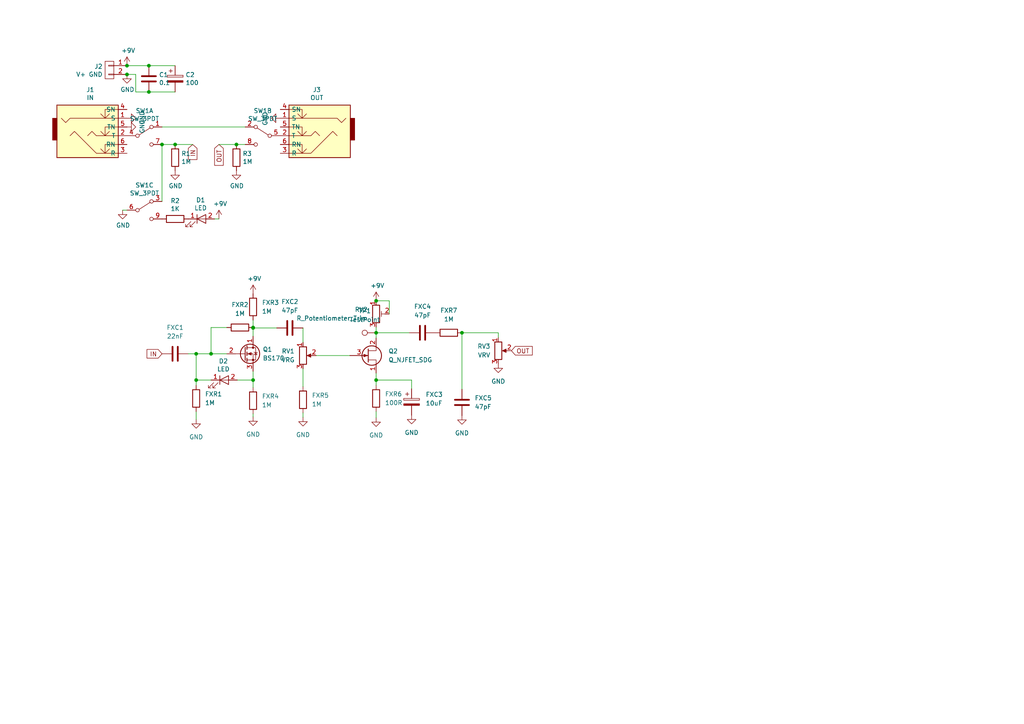
<source format=kicad_sch>
(kicad_sch (version 20211123) (generator eeschema)
  (paper "A4")
  (lib_symbols
    (symbol "1590B-rescue:C-device" (pin_numbers hide) (pin_names (offset 0.254))
      (property "Reference" "C" (at 0.635 2.54 0))
      (property "Value" "C-device" (at 0.635 -2.54 0))
      (symbol "C-device_0_1"
        (polyline (pts (xy -2.032 -0.762) (xy 2.032 -0.762)) (stroke (width 0.508)))
        (polyline (pts (xy -2.032 0.762) (xy 2.032 0.762)) (stroke (width 0.508)))
      )
      (symbol "C-device_1_1"
        (pin passive line (at 0 3.81 270) (length 2.794) (name "~") (number "1"))
        (pin passive line (at 0 -3.81 90) (length 2.794) (name "~") (number "2"))
      )
    )
    (symbol "1590B-rescue:CONN_01X02-conn" (pin_names (offset 1.016) hide)
      (property "Reference" "J" (at 0 3.81 0))
      (property "Value" "CONN_01X02-conn" (at 2.54 0 90))
      (symbol "CONN_01X02-conn_0_1"
        (rectangle (start -1.27 -1.143) (end 0.254 -1.397))
        (rectangle (start -1.27 1.397) (end 0.254 1.143))
        (rectangle (start -1.27 2.54) (end 1.27 -2.54))
      )
      (symbol "CONN_01X02-conn_1_1"
        (pin passive line (at -5.08 1.27 0) (length 3.81) (name "P1") (number "1"))
        (pin passive line (at -5.08 -1.27 0) (length 3.81) (name "P2") (number "2"))
      )
    )
    (symbol "1590B-rescue:CP-device" (pin_numbers hide) (pin_names (offset 0.254))
      (property "Reference" "C" (at 0.635 2.54 0))
      (property "Value" "CP-device" (at 0.635 -2.54 0))
      (symbol "CP-device_0_1"
        (rectangle (start -2.286 0.508) (end -2.286 1.016))
        (rectangle (start -2.286 0.508) (end 2.286 0.508))
        (polyline (pts (xy -1.778 2.286) (xy -0.762 2.286)))
        (polyline (pts (xy -1.27 2.794) (xy -1.27 1.778)))
        (rectangle (start 2.286 -0.508) (end -2.286 -1.016) (fill (type outline)))
        (rectangle (start 2.286 1.016) (end -2.286 1.016))
        (rectangle (start 2.286 1.016) (end 2.286 0.508))
      )
      (symbol "CP-device_1_1"
        (pin passive line (at 0 3.81 270) (length 2.794) (name "~") (number "1"))
        (pin passive line (at 0 -3.81 90) (length 2.794) (name "~") (number "2"))
      )
    )
    (symbol "1590B-rescue:JACK_TRS_6PINS-conn" (pin_names (offset 0.762))
      (property "Reference" "J" (at 0 10.16 0))
      (property "Value" "JACK_TRS_6PINS-conn" (at -1.27 -7.62 0))
      (symbol "JACK_TRS_6PINS-conn_0_0"
        (polyline (pts (xy 3.81 -5.08) (xy 3.81 -2.54) (xy 7.62 -2.54)))
        (polyline (pts (xy 3.81 0) (xy 3.81 2.54) (xy 7.62 2.54)))
        (polyline (pts (xy 3.81 5.08) (xy 3.81 7.62) (xy 7.62 7.62)))
        (polyline (pts (xy -8.89 5.08) (xy -7.62 3.81) (xy -6.35 5.08) (xy 7.62 5.08)))
        (polyline (pts (xy -6.35 0) (xy -5.08 1.27) (xy 1.27 -5.08) (xy 7.62 -5.08)))
      )
      (symbol "JACK_TRS_6PINS-conn_0_1"
        (rectangle (start -11.43 5.08) (end -10.16 -1.27) (fill (type outline)))
        (polyline (pts (xy 1.27 0) (xy 7.62 0)))
        (polyline (pts (xy 1.27 0) (xy 0 1.27) (xy -1.27 0) (xy -1.27 0)))
        (polyline (pts (xy 2.54 -3.81) (xy 3.81 -5.08) (xy 5.08 -3.81) (xy 5.08 -3.81)))
        (polyline (pts (xy 2.54 1.27) (xy 3.81 0) (xy 5.08 1.27) (xy 5.08 1.27)))
        (polyline (pts (xy 2.54 6.35) (xy 3.81 5.08) (xy 5.08 6.35) (xy 5.08 6.35)))
        (rectangle (start 7.62 -6.35) (end -10.16 8.89) (stroke (width 0.254)) (fill (type background)))
      )
      (symbol "JACK_TRS_6PINS-conn_1_1"
        (pin passive line (at 10.16 5.08 180) (length 2.54) (name "S") (number "1"))
        (pin passive line (at 10.16 0 180) (length 2.54) (name "T") (number "2"))
        (pin passive line (at 10.16 -5.08 180) (length 2.54) (name "R") (number "3"))
        (pin passive line (at 10.16 7.62 180) (length 2.54) (name "SN") (number "4"))
        (pin passive line (at 10.16 2.54 180) (length 2.54) (name "TN") (number "5"))
        (pin passive line (at 10.16 -2.54 180) (length 2.54) (name "RN") (number "6"))
      )
    )
    (symbol "1590B-rescue:LED-device" (pin_names (offset 1.016) hide)
      (property "Reference" "D" (at 0 2.54 0))
      (property "Value" "LED-device" (at 0 -2.54 0))
      (symbol "LED-device_0_1"
        (polyline (pts (xy -1.27 -1.27) (xy -1.27 1.27)) (stroke (width 0.2032)))
        (polyline (pts (xy -1.27 0) (xy 1.27 0)))
        (polyline (pts (xy 1.27 -1.27) (xy 1.27 1.27) (xy -1.27 0) (xy 1.27 -1.27)) (stroke (width 0.2032)))
        (polyline (pts (xy -3.048 -0.762) (xy -4.572 -2.286) (xy -3.81 -2.286) (xy -4.572 -2.286) (xy -4.572 -1.524)))
        (polyline (pts (xy -1.778 -0.762) (xy -3.302 -2.286) (xy -2.54 -2.286) (xy -3.302 -2.286) (xy -3.302 -1.524)))
      )
      (symbol "LED-device_1_1"
        (pin passive line (at -3.81 0 0) (length 2.54) (name "K") (number "1"))
        (pin passive line (at 3.81 0 180) (length 2.54) (name "A") (number "2"))
      )
    )
    (symbol "1590B-rescue:R-device" (pin_numbers hide) (pin_names (offset 0))
      (property "Reference" "R" (at 2.032 0 90))
      (property "Value" "R-device" (at 0 0 90))
      (symbol "R-device_0_1"
        (rectangle (start -1.016 -2.54) (end 1.016 2.54) (stroke (width 0.254)))
      )
      (symbol "R-device_1_1"
        (pin passive line (at 0 3.81 270) (length 1.27) (name "~") (number "1"))
        (pin passive line (at 0 -3.81 90) (length 1.27) (name "~") (number "2"))
      )
    )
    (symbol "1590B-rescue:SW_3PDT-switches" (pin_names (offset 0) hide)
      (property "Reference" "SW" (at 0 4.318 0))
      (property "Value" "SW_3PDT-switches" (at 0 -5.08 0))
      (symbol "SW_3PDT-switches_0_0"
        (circle (center -2.032 0) (radius 0.508))
        (circle (center 2.032 -2.54) (radius 0.508))
      )
      (symbol "SW_3PDT-switches_0_1"
        (polyline (pts (xy -1.524 0.254) (xy 1.651 2.286)))
        (circle (center 2.032 2.54) (radius 0.508))
      )
      (symbol "SW_3PDT-switches_1_1"
        (pin passive line (at 5.08 2.54 180) (length 2.54) (name "A") (number "1"))
        (pin passive line (at -5.08 0 0) (length 2.54) (name "B") (number "4"))
        (pin passive line (at 5.08 -2.54 180) (length 2.54) (name "C") (number "7"))
      )
      (symbol "SW_3PDT-switches_2_1"
        (pin passive line (at 5.08 2.54 180) (length 2.54) (name "A") (number "2"))
        (pin passive line (at -5.08 0 0) (length 2.54) (name "B") (number "5"))
        (pin passive line (at 5.08 -2.54 180) (length 2.54) (name "C") (number "8"))
      )
      (symbol "SW_3PDT-switches_3_1"
        (pin passive line (at 5.08 2.54 180) (length 2.54) (name "A") (number "3"))
        (pin passive line (at -5.08 0 0) (length 2.54) (name "B") (number "6"))
        (pin passive line (at 5.08 -2.54 180) (length 2.54) (name "C") (number "9"))
      )
    )
    (symbol "Connector:TestPoint" (pin_numbers hide) (pin_names (offset 0.762) hide)
      (property "Reference" "TP" (at 0 6.858 0))
      (property "Value" "TestPoint" (at 0 5.08 0))
      (symbol "TestPoint_0_1"
        (circle (center 0 3.302) (radius 0.762))
      )
      (symbol "TestPoint_1_1"
        (pin passive line (at 0 0 90) (length 2.54) (name "1") (number "1"))
      )
    )
    (symbol "Device:C" (pin_numbers hide) (pin_names (offset 0.254))
      (property "Reference" "C" (at 0.635 2.54 0))
      (property "Value" "C" (at 0.635 -2.54 0))
      (symbol "C_0_1"
        (polyline (pts (xy -2.032 -0.762) (xy 2.032 -0.762)) (stroke (width 0.508)))
        (polyline (pts (xy -2.032 0.762) (xy 2.032 0.762)) (stroke (width 0.508)))
      )
      (symbol "C_1_1"
        (pin passive line (at 0 3.81 270) (length 2.794) (name "~") (number "1"))
        (pin passive line (at 0 -3.81 90) (length 2.794) (name "~") (number "2"))
      )
    )
    (symbol "Device:C_Polarized" (pin_numbers hide) (pin_names (offset 0.254))
      (property "Reference" "C" (at 0.635 2.54 0))
      (property "Value" "C_Polarized" (at 0.635 -2.54 0))
      (symbol "C_Polarized_0_1"
        (rectangle (start -2.286 0.508) (end 2.286 1.016))
        (polyline (pts (xy -1.778 2.286) (xy -0.762 2.286)))
        (polyline (pts (xy -1.27 2.794) (xy -1.27 1.778)))
        (rectangle (start 2.286 -0.508) (end -2.286 -1.016) (fill (type outline)))
      )
      (symbol "C_Polarized_1_1"
        (pin passive line (at 0 3.81 270) (length 2.794) (name "~") (number "1"))
        (pin passive line (at 0 -3.81 90) (length 2.794) (name "~") (number "2"))
      )
    )
    (symbol "Device:Q_NJFET_SDG" (pin_names (offset 0) hide)
      (property "Reference" "Q" (at 5.08 1.27 0))
      (property "Value" "Q_NJFET_SDG" (at 5.08 -1.27 0))
      (symbol "Q_NJFET_SDG_0_1"
        (polyline (pts (xy 0.254 1.905) (xy 0.254 -1.905) (xy 0.254 -1.905)) (stroke (width 0.254)))
        (polyline (pts (xy 2.54 -2.54) (xy 2.54 -1.27) (xy 0.254 -1.27)))
        (polyline (pts (xy 2.54 2.54) (xy 2.54 1.397) (xy 0.254 1.397)))
        (polyline (pts (xy 0 0) (xy -1.016 0.381) (xy -1.016 -0.381) (xy 0 0)) (fill (type outline)))
        (circle (center 1.27 0) (radius 2.8194) (stroke (width 0.254)))
      )
      (symbol "Q_NJFET_SDG_1_1"
        (pin passive line (at 2.54 -5.08 90) (length 2.54) (name "S") (number "1"))
        (pin passive line (at 2.54 5.08 270) (length 2.54) (name "D") (number "2"))
        (pin input line (at -5.08 0 0) (length 5.334) (name "G") (number "3"))
      )
    )
    (symbol "Device:R" (pin_numbers hide) (pin_names (offset 0))
      (property "Reference" "R" (at 2.032 0 90))
      (property "Value" "R" (at 0 0 90))
      (symbol "R_0_1"
        (rectangle (start -1.016 -2.54) (end 1.016 2.54) (stroke (width 0.254)))
      )
      (symbol "R_1_1"
        (pin passive line (at 0 3.81 270) (length 1.27) (name "~") (number "1"))
        (pin passive line (at 0 -3.81 90) (length 1.27) (name "~") (number "2"))
      )
    )
    (symbol "Device:R_Potentiometer" (pin_names (offset 1.016) hide)
      (property "Reference" "RV" (at -4.445 0 90))
      (property "Value" "R_Potentiometer" (at -2.54 0 90))
      (symbol "R_Potentiometer_0_1"
        (polyline (pts (xy 2.54 0) (xy 1.524 0)))
        (polyline (pts (xy 1.143 0) (xy 2.286 0.508) (xy 2.286 -0.508) (xy 1.143 0)) (fill (type outline)))
        (rectangle (start 1.016 2.54) (end -1.016 -2.54) (stroke (width 0.254)))
      )
      (symbol "R_Potentiometer_1_1"
        (pin passive line (at 0 3.81 270) (length 1.27) (name "1") (number "1"))
        (pin passive line (at 3.81 0 180) (length 1.27) (name "2") (number "2"))
        (pin passive line (at 0 -3.81 90) (length 1.27) (name "3") (number "3"))
      )
    )
    (symbol "Device:R_Potentiometer_Trim" (pin_names (offset 1.016) hide)
      (property "Reference" "RV" (at -4.445 0 90))
      (property "Value" "R_Potentiometer_Trim" (at -2.54 0 90))
      (symbol "R_Potentiometer_Trim_0_1"
        (polyline (pts (xy 1.524 0.762) (xy 1.524 -0.762)))
        (polyline (pts (xy 2.54 0) (xy 1.524 0)))
        (rectangle (start 1.016 2.54) (end -1.016 -2.54) (stroke (width 0.254)))
      )
      (symbol "R_Potentiometer_Trim_1_1"
        (pin passive line (at 0 3.81 270) (length 1.27) (name "1") (number "1"))
        (pin passive line (at 3.81 0 180) (length 1.27) (name "2") (number "2"))
        (pin passive line (at 0 -3.81 90) (length 1.27) (name "3") (number "3"))
      )
    )
    (symbol "Transistor_FET:BS170" (pin_names hide)
      (property "Reference" "Q" (at 5.08 1.905 0))
      (property "Value" "BS170" (at 5.08 0 0))
      (symbol "BS170_0_1"
        (polyline (pts (xy 0.254 0) (xy -2.54 0)))
        (polyline (pts (xy 0.254 1.905) (xy 0.254 -1.905)) (stroke (width 0.254)))
        (polyline (pts (xy 0.762 -1.27) (xy 0.762 -2.286)) (stroke (width 0.254)))
        (polyline (pts (xy 0.762 0.508) (xy 0.762 -0.508)) (stroke (width 0.254)))
        (polyline (pts (xy 0.762 2.286) (xy 0.762 1.27)) (stroke (width 0.254)))
        (polyline (pts (xy 2.54 2.54) (xy 2.54 1.778)))
        (polyline (pts (xy 2.54 -2.54) (xy 2.54 0) (xy 0.762 0)))
        (polyline (pts (xy 0.762 -1.778) (xy 3.302 -1.778) (xy 3.302 1.778) (xy 0.762 1.778)))
        (polyline (pts (xy 1.016 0) (xy 2.032 0.381) (xy 2.032 -0.381) (xy 1.016 0)) (fill (type outline)))
        (polyline (pts (xy 2.794 0.508) (xy 2.921 0.381) (xy 3.683 0.381) (xy 3.81 0.254)))
        (polyline (pts (xy 3.302 0.381) (xy 2.921 -0.254) (xy 3.683 -0.254) (xy 3.302 0.381)))
        (circle (center 1.651 0) (radius 2.794) (stroke (width 0.254)))
        (circle (center 2.54 -1.778) (radius 0.254) (fill (type outline)))
        (circle (center 2.54 1.778) (radius 0.254) (fill (type outline)))
      )
      (symbol "BS170_1_1"
        (pin passive line (at 2.54 5.08 270) (length 2.54) (name "D") (number "1"))
        (pin input line (at -5.08 0 0) (length 2.54) (name "G") (number "2"))
        (pin passive line (at 2.54 -5.08 90) (length 2.54) (name "S") (number "3"))
      )
    )
    (symbol "power:+9V" (power) (pin_names (offset 0))
      (property "Value" "+9V" (at 0 3.556 0))
      (symbol "+9V_0_1"
        (polyline (pts (xy -0.762 1.27) (xy 0 2.54)))
        (polyline (pts (xy 0 0) (xy 0 2.54)))
        (polyline (pts (xy 0 2.54) (xy 0.762 1.27)))
      )
      (symbol "+9V_1_1"
        (pin power_in line (at 0 0 90) (length 0) hide (name "+9V") (number "1"))
      )
    )
    (symbol "power:GND" (power) (pin_names (offset 0))
      (property "Value" "GND" (at 0 -3.81 0))
      (symbol "GND_0_1"
        (polyline (pts (xy 0 0) (xy 0 -1.27) (xy 1.27 -1.27) (xy 0 -2.54) (xy -1.27 -1.27) (xy 0 -1.27)))
      )
      (symbol "GND_1_1"
        (pin power_in line (at 0 0 270) (length 0) hide (name "GND") (number "1"))
      )
    )
  )
  (junction (at 73.406 95.123))
  (junction (at 50.8 41.91))
  (junction (at 109.093 110.236))
  (junction (at 43.18 19.05))
  (junction (at 73.406 110.236))
  (junction (at 133.985 96.52))
  (junction (at 73.406 94.996))
  (junction (at 109.093 96.52))
  (junction (at 109.093 87.249))
  (junction (at 56.896 102.616))
  (junction (at 61.214 102.616))
  (junction (at 56.896 110.236))
  (junction (at 68.58 41.91))
  (junction (at 36.83 21.59))
  (junction (at 46.99 41.91))
  (junction (at 43.18 26.67))
  (junction (at 36.83 19.05))
  (wire (pts (xy 61.214 102.616) (xy 65.786 102.616)))
  (wire (pts (xy 56.896 111.76) (xy 56.896 110.236)))
  (wire (pts (xy 39.37 26.67) (xy 43.18 26.67)))
  (wire (pts (xy 46.99 36.83) (xy 71.12 36.83)))
  (wire (pts (xy 101.473 103.124) (xy 91.694 103.124)))
  (wire (pts (xy 43.18 26.67) (xy 50.8 26.67)))
  (wire (pts (xy 46.99 41.91) (xy 50.8 41.91)))
  (wire (pts (xy 119.38 112.776) (xy 119.38 110.236)))
  (wire (pts (xy 73.406 92.837) (xy 73.406 94.996)))
  (wire (pts (xy 73.406 112.395) (xy 73.406 110.236)))
  (wire (pts (xy 109.093 87.249) (xy 112.903 87.249)))
  (wire (pts (xy 109.093 94.869) (xy 109.093 96.52)))
  (wire (pts (xy 80.264 95.123) (xy 73.406 95.123)))
  (wire (pts (xy 63.5 41.91) (xy 68.58 41.91)))
  (wire (pts (xy 36.83 60.96) (xy 35.56 60.96)))
  (wire (pts (xy 109.093 121.158) (xy 109.093 119.38)))
  (wire (pts (xy 109.093 111.76) (xy 109.093 110.236)))
  (wire (pts (xy 56.896 102.616) (xy 61.214 102.616)))
  (wire (pts (xy 109.093 96.52) (xy 109.093 98.044)))
  (wire (pts (xy 61.214 110.236) (xy 56.896 110.236)))
  (wire (pts (xy 62.23 63.5) (xy 63.5 63.5)))
  (wire (pts (xy 109.093 110.236) (xy 109.093 108.204)))
  (wire (pts (xy 119.38 110.236) (xy 109.093 110.236)))
  (wire (pts (xy 65.786 94.996) (xy 61.214 94.996)))
  (wire (pts (xy 39.37 21.59) (xy 39.37 26.67)))
  (wire (pts (xy 87.884 99.314) (xy 87.884 95.123)))
  (wire (pts (xy 133.985 112.903) (xy 133.985 96.52)))
  (wire (pts (xy 73.406 94.996) (xy 73.406 95.123)))
  (wire (pts (xy 56.896 110.236) (xy 56.896 102.616)))
  (wire (pts (xy 71.12 41.91) (xy 68.58 41.91)))
  (wire (pts (xy 73.406 120.015) (xy 73.406 120.904)))
  (wire (pts (xy 144.526 96.52) (xy 133.985 96.52)))
  (wire (pts (xy 87.884 121.031) (xy 87.884 119.761)))
  (wire (pts (xy 43.18 19.05) (xy 36.83 19.05)))
  (wire (pts (xy 54.61 102.616) (xy 56.896 102.616)))
  (wire (pts (xy 50.8 41.91) (xy 55.88 41.91)))
  (wire (pts (xy 87.884 112.141) (xy 87.884 106.934)))
  (wire (pts (xy 50.8 19.05) (xy 43.18 19.05)))
  (wire (pts (xy 36.83 21.59) (xy 39.37 21.59)))
  (wire (pts (xy 112.903 87.249) (xy 112.903 91.059)))
  (wire (pts (xy 68.834 110.236) (xy 73.406 110.236)))
  (wire (pts (xy 56.896 121.666) (xy 56.896 119.38)))
  (wire (pts (xy 73.406 110.236) (xy 73.406 107.696)))
  (wire (pts (xy 144.526 97.917) (xy 144.526 96.52)))
  (wire (pts (xy 61.214 94.996) (xy 61.214 102.616)))
  (wire (pts (xy 73.406 95.123) (xy 73.406 97.536)))
  (wire (pts (xy 118.745 96.52) (xy 109.093 96.52)))
  (wire (pts (xy 46.99 41.91) (xy 46.99 58.42)))
  (global_label "OUT" (shape input) (at 63.5 41.91 270) (property "Intersheet References" "${INTERSHEET_REFS}" (effects hide)))
  (global_label "IN" (shape input) (at 55.88 41.91 270) (property "Intersheet References" "${INTERSHEET_REFS}" (effects hide)))
  (global_label "IN" (shape input) (at 46.99 102.616 180) (property "Intersheet References" "${INTERSHEET_REFS}" (effects hide)))
  (global_label "OUT" (shape input) (at 148.336 101.727 0) (property "Intersheet References" "${INTERSHEET_REFS}" (effects hide)))
  (symbol (lib_id "1590B-rescue:SW_3PDT-switches") (at 41.91 39.37 0) (unit 1)
    (property "Reference" "SW1" (at 41.91 32.131 0))
    (property "Value" "SW_3PDT" (at 41.91 34.4424 0))
    (property "Footprint" "KiCad Lib:3PDT-Footswitch" (effects hide))
  )
  (symbol (lib_id "1590B-rescue:SW_3PDT-switches") (at 76.2 39.37 0) (mirror y) (unit 2)
    (property "Reference" "SW1" (at 76.2 32.131 0))
    (property "Value" "SW_3PDT" (at 76.2 34.4424 0))
    (property "Footprint" "KiCad Lib:3PDT-Footswitch" (effects hide))
  )
  (symbol (lib_id "1590B-rescue:SW_3PDT-switches") (at 41.91 60.96 0) (unit 3)
    (property "Reference" "SW1" (at 41.91 53.721 0))
    (property "Value" "SW_3PDT" (at 41.91 56.0324 0))
    (property "Footprint" "KiCad Lib:3PDT-Footswitch" (effects hide))
  )
  (symbol (lib_id "1590B-rescue:R-device") (at 50.8 45.72 0) (unit 1)
    (property "Reference" "R1" (at 52.578 44.5516 0) (effects (justify left)))
    (property "Value" "1M" (at 52.578 46.863 0) (effects (justify left)))
    (property "Footprint" "Resistors_ThroughHole:Resistor_Horizontal_RM7mm" (effects hide))
  )
  (symbol (lib_id "1590B-rescue:C-device") (at 43.18 22.86 180) (unit 1)
    (property "Reference" "C1" (at 46.101 21.6916 0) (effects (justify right)))
    (property "Value" "0.1" (at 46.101 24.003 0) (effects (justify right)))
    (property "Footprint" "Capacitors_ThroughHole:C_Rect_L7_W3.5_P5" (effects hide))
  )
  (symbol (lib_id "1590B-rescue:CP-device") (at 50.8 22.86 0) (unit 1)
    (property "Reference" "C2" (at 53.7972 21.6916 0) (effects (justify left)))
    (property "Value" "100" (at 53.7972 24.003 0) (effects (justify left)))
    (property "Footprint" "Capacitors_THT:CP_Radial_D8.0mm_P2.50mm" (effects hide))
  )
  (symbol (lib_id "1590B-rescue:LED-device") (at 58.42 63.5 0) (unit 1)
    (property "Reference" "D1" (at 58.1914 58.0136 0))
    (property "Value" "LED" (at 58.1914 60.325 0))
    (property "Footprint" "LEDs:LED-5MM" (effects hide))
  )
  (symbol (lib_id "1590B-rescue:CONN_01X02-conn") (at 31.75 20.32 0) (mirror y) (unit 1)
    (property "Reference" "J2" (at 29.7688 19.2786 0) (effects (justify left)))
    (property "Value" "V+ GND" (at 29.7688 21.59 0) (effects (justify left)))
    (property "Footprint" "Pin_Headers:Pin_Header_Straight_1x02_Pitch2.54mm" (effects hide))
  )
  (symbol (lib_id "1590B-rescue:JACK_TRS_6PINS-conn") (at 26.67 39.37 0) (unit 1)
    (property "Reference" "J1" (at 26.1874 26.035 0))
    (property "Value" "IN" (at 26.1874 28.3464 0))
    (property "Footprint" "Connectors:NMJ6HCD2" (effects hide))
  )
  (symbol (lib_id "1590B-rescue:JACK_TRS_6PINS-conn") (at 91.44 39.37 0) (mirror y) (unit 1)
    (property "Reference" "J3" (at 91.8972 26.035 0))
    (property "Value" "OUT" (at 91.8972 28.3464 0))
    (property "Footprint" "Connectors:NMJ6HCD2" (effects hide))
  )
  (symbol (lib_id "1590B-rescue:R-device") (at 68.58 45.72 0) (unit 1)
    (property "Reference" "R3" (at 70.358 44.5516 0) (effects (justify left)))
    (property "Value" "1M" (at 70.358 46.863 0) (effects (justify left)))
    (property "Footprint" "Resistors_ThroughHole:Resistor_Horizontal_RM7mm" (effects hide))
  )
  (symbol (lib_id "power:+9V") (at 36.83 19.05 0) (unit 1)
    (property "Reference" "#PWR02" (effects hide))
    (property "Value" "+9V" (at 37.211 14.6558 0))
  )
  (symbol (lib_id "power:GND") (at 36.83 21.59 0) (unit 1)
    (property "Reference" "#PWR03" (effects hide))
    (property "Value" "GND" (at 36.957 25.9842 0))
  )
  (symbol (lib_id "power:GND") (at 50.8 49.53 0) (unit 1)
    (property "Reference" "#PWR06" (effects hide))
    (property "Value" "GND" (at 50.927 53.9242 0))
  )
  (symbol (lib_id "power:GND") (at 68.58 49.53 0) (unit 1)
    (property "Reference" "#PWR09" (effects hide))
    (property "Value" "GND" (at 68.707 53.9242 0))
  )
  (symbol (lib_id "1590B-rescue:R-device") (at 50.8 63.5 270) (unit 1)
    (property "Reference" "R2" (at 50.8 58.2422 90))
    (property "Value" "1K" (at 50.8 60.5536 90))
    (property "Footprint" "Resistors_ThroughHole:Resistor_Horizontal_RM7mm" (effects hide))
  )
  (symbol (lib_id "power:+9V") (at 63.5 63.5 0) (unit 1)
    (property "Reference" "#PWR08" (effects hide))
    (property "Value" "+9V" (at 63.881 59.1058 0))
  )
  (symbol (lib_id "power:GND") (at 35.56 60.96 0) (unit 1)
    (property "Reference" "#PWR01" (effects hide))
    (property "Value" "GND" (at 35.687 65.3542 0))
  )
  (symbol (lib_id "power:GND") (at 36.83 34.29 90) (unit 1)
    (property "Reference" "#PWR04" (effects hide))
    (property "Value" "GND" (at 41.2242 34.163 0))
  )
  (symbol (lib_id "power:GND") (at 81.28 34.29 270) (unit 1)
    (property "Reference" "#PWR012" (effects hide))
    (property "Value" "GND" (at 76.8858 34.417 0))
  )
  (symbol (lib_id "power:GND") (at 36.83 36.83 90) (unit 1)
    (property "Reference" "#PWR05" (effects hide))
    (property "Value" "GND" (at 41.2242 36.703 0))
  )
  (symbol (lib_id "Device:C") (at 84.074 95.123 90) (unit 1)
    (property "Reference" "FXC2" (at 84.074 87.503 90))
    (property "Value" "47pF" (at 84.074 90.043 90))
    (property "Footprint" "Capacitor_THT:C_Disc_D5.0mm_W2.5mm_P5.00mm" (effects hide))
  )
  (symbol (lib_id "Connector:TestPoint") (at 109.093 96.52 90) (unit 1)
    (property "Reference" "TP1" (at 105.791 90.17 90))
    (property "Value" "TestPoint" (at 105.791 92.71 90))
    (property "Footprint" "TestPoint:TestPoint_Loop_D2.50mm_Drill1.85mm" (effects hide))
  )
  (symbol (lib_id "Device:R_Potentiometer") (at 87.884 103.124 0) (unit 1)
    (property "Reference" "RV1" (at 85.471 101.8539 0) (effects (justify right)))
    (property "Value" "VRG" (at 85.471 104.3939 0) (effects (justify right)))
    (property "Footprint" "Potentiometer_THT:Potentiometer_Alps_RK09K_Single_Vertical" (effects hide))
  )
  (symbol (lib_id "1590B-rescue:LED-device") (at 65.024 110.236 0) (unit 1)
    (property "Reference" "D2" (at 64.7954 104.7496 0))
    (property "Value" "LED" (at 64.7954 107.061 0))
    (property "Footprint" "LED_THT:LED_D5.0mm" (effects hide))
  )
  (symbol (lib_id "power:GND") (at 109.093 121.158 0) (unit 1)
    (property "Reference" "#PWR015" (effects hide))
    (property "Value" "GND" (at 109.093 126.238 0))
  )
  (symbol (lib_id "Device:R") (at 69.596 94.996 270) (unit 1)
    (property "Reference" "FXR2" (at 69.596 88.392 90))
    (property "Value" "1M" (at 69.596 90.932 90))
    (property "Footprint" "Resistor_THT:R_Axial_DIN0207_L6.3mm_D2.5mm_P7.62mm_Horizontal" (effects hide))
  )
  (symbol (lib_id "power:GND") (at 56.896 121.666 0) (unit 1)
    (property "Reference" "#PWR07" (effects hide))
    (property "Value" "GND" (at 56.896 126.746 0))
  )
  (symbol (lib_id "Device:C") (at 50.8 102.616 90) (unit 1)
    (property "Reference" "FXC1" (at 50.8 94.996 90))
    (property "Value" "22nF" (at 50.8 97.536 90))
    (property "Footprint" "Capacitor_THT:C_Disc_D5.0mm_W2.5mm_P5.00mm" (effects hide))
  )
  (symbol (lib_id "power:GND") (at 133.985 120.523 0) (unit 1)
    (property "Reference" "#PWR017" (effects hide))
    (property "Value" "GND" (at 133.985 125.603 0))
  )
  (symbol (lib_id "power:GND") (at 119.38 120.396 0) (unit 1)
    (property "Reference" "#PWR016" (effects hide))
    (property "Value" "GND" (at 119.38 125.476 0))
  )
  (symbol (lib_id "power:GND") (at 73.406 120.904 0) (unit 1)
    (property "Reference" "#PWR011" (effects hide))
    (property "Value" "GND" (at 73.406 125.984 0))
  )
  (symbol (lib_id "Device:C_Polarized") (at 119.38 116.586 0) (unit 1)
    (property "Reference" "FXC3" (at 123.444 114.4269 0) (effects (justify left)))
    (property "Value" "10uF" (at 123.444 116.9669 0) (effects (justify left)))
    (property "Footprint" "Capacitor_THT:CP_Radial_D7.5mm_P2.50mm" (effects hide))
  )
  (symbol (lib_id "Device:R_Potentiometer_Trim") (at 109.093 91.059 0) (unit 1)
    (property "Reference" "RV2" (at 106.68 89.7889 0) (effects (justify right)))
    (property "Value" "R_Potentiometer_Trim" (at 106.68 92.3289 0) (effects (justify right)))
    (property "Footprint" "Potentiometer_THT:Potentiometer_TT_P0915N" (effects hide))
  )
  (symbol (lib_id "Device:C") (at 122.555 96.52 90) (unit 1)
    (property "Reference" "FXC4" (at 122.555 88.9 90))
    (property "Value" "47pF" (at 122.555 91.44 90))
    (property "Footprint" "Capacitor_THT:C_Disc_D5.0mm_W2.5mm_P5.00mm" (effects hide))
  )
  (symbol (lib_id "power:+9V") (at 73.406 85.217 0) (unit 1)
    (property "Reference" "#PWR010" (effects hide))
    (property "Value" "+9V" (at 73.787 80.8228 0))
  )
  (symbol (lib_id "power:GND") (at 144.526 105.537 0) (unit 1)
    (property "Reference" "#PWR018" (effects hide))
    (property "Value" "GND" (at 144.526 110.617 0))
  )
  (symbol (lib_id "power:GND") (at 87.884 121.031 0) (unit 1)
    (property "Reference" "#PWR013" (effects hide))
    (property "Value" "GND" (at 87.884 126.111 0))
  )
  (symbol (lib_id "Device:C") (at 133.985 116.713 180) (unit 1)
    (property "Reference" "FXC5" (at 137.668 115.4429 0) (effects (justify right)))
    (property "Value" "47pF" (at 137.668 117.9829 0) (effects (justify right)))
    (property "Footprint" "Capacitor_THT:C_Disc_D5.0mm_W2.5mm_P5.00mm" (effects hide))
  )
  (symbol (lib_id "Device:R") (at 73.406 116.205 180) (unit 1)
    (property "Reference" "FXR4" (at 75.946 114.9349 0) (effects (justify right)))
    (property "Value" "1M" (at 75.946 117.4749 0) (effects (justify right)))
    (property "Footprint" "Resistor_THT:R_Axial_DIN0207_L6.3mm_D2.5mm_P7.62mm_Horizontal" (effects hide))
  )
  (symbol (lib_id "power:+9V") (at 109.093 87.249 0) (unit 1)
    (property "Reference" "#PWR014" (effects hide))
    (property "Value" "+9V" (at 109.474 82.8548 0))
  )
  (symbol (lib_id "Device:R") (at 56.896 115.57 180) (unit 1)
    (property "Reference" "FXR1" (at 59.436 114.2999 0) (effects (justify right)))
    (property "Value" "1M" (at 59.436 116.8399 0) (effects (justify right)))
    (property "Footprint" "Resistor_THT:R_Axial_DIN0207_L6.3mm_D2.5mm_P7.62mm_Horizontal" (effects hide))
  )
  (symbol (lib_id "Device:R") (at 73.406 89.027 180) (unit 1)
    (property "Reference" "FXR3" (at 75.946 87.7569 0) (effects (justify right)))
    (property "Value" "1M" (at 75.946 90.2969 0) (effects (justify right)))
    (property "Footprint" "Resistor_THT:R_Axial_DIN0207_L6.3mm_D2.5mm_P7.62mm_Horizontal" (effects hide))
  )
  (symbol (lib_id "Device:R") (at 130.175 96.52 270) (unit 1)
    (property "Reference" "FXR7" (at 130.175 90.043 90))
    (property "Value" "1M" (at 130.175 92.583 90))
    (property "Footprint" "Resistor_THT:R_Axial_DIN0207_L6.3mm_D2.5mm_P7.62mm_Horizontal" (effects hide))
  )
  (symbol (lib_id "Device:R") (at 87.884 115.951 180) (unit 1)
    (property "Reference" "FXR5" (at 90.424 114.6809 0) (effects (justify right)))
    (property "Value" "1M" (at 90.424 117.2209 0) (effects (justify right)))
    (property "Footprint" "Resistor_THT:R_Axial_DIN0207_L6.3mm_D2.5mm_P7.62mm_Horizontal" (effects hide))
  )
  (symbol (lib_id "Transistor_FET:BS170") (at 70.866 102.616 0) (unit 1)
    (property "Reference" "Q1" (at 76.2 101.3459 0) (effects (justify left)))
    (property "Value" "BS170" (at 76.2 103.8859 0) (effects (justify left)))
    (property "Footprint" "Package_TO_SOT_THT:TO-92_Inline" (effects hide))
    (property "Datasheet" "https://www.onsemi.com/pub/Collateral/BS170-D.PDF" (effects hide))
  )
  (symbol (lib_id "Device:R_Potentiometer") (at 144.526 101.727 0) (unit 1)
    (property "Reference" "RV3" (at 142.24 100.4569 0) (effects (justify right)))
    (property "Value" "VRV" (at 142.24 102.9969 0) (effects (justify right)))
    (property "Footprint" "Potentiometer_THT:Potentiometer_Alps_RK09K_Single_Vertical" (effects hide))
  )
  (symbol (lib_id "Device:R") (at 109.093 115.57 180) (unit 1)
    (property "Reference" "FXR6" (at 111.633 114.2999 0) (effects (justify right)))
    (property "Value" "100R" (at 111.633 116.8399 0) (effects (justify right)))
    (property "Footprint" "Resistor_THT:R_Axial_DIN0207_L6.3mm_D2.5mm_P7.62mm_Horizontal" (effects hide))
  )
  (symbol (lib_id "Device:Q_NJFET_SDG") (at 106.553 103.124 0) (unit 1)
    (property "Reference" "Q2" (at 112.649 101.8539 0) (effects (justify left)))
    (property "Value" "Q_NJFET_SDG" (at 112.649 104.3939 0) (effects (justify left)))
    (property "Footprint" "Package_TO_SOT_THT:TO-92L_Inline_Wide" (effects hide))
  )
)
</source>
